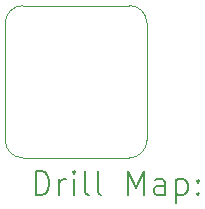
<source format=gbr>
%TF.GenerationSoftware,KiCad,Pcbnew,8.0.8*%
%TF.CreationDate,2025-01-29T14:54:37+01:00*%
%TF.ProjectId,TS4231-BOB,54533432-3331-42d4-924f-422e6b696361,rev?*%
%TF.SameCoordinates,Original*%
%TF.FileFunction,Drillmap*%
%TF.FilePolarity,Positive*%
%FSLAX45Y45*%
G04 Gerber Fmt 4.5, Leading zero omitted, Abs format (unit mm)*
G04 Created by KiCad (PCBNEW 8.0.8) date 2025-01-29 14:54:37*
%MOMM*%
%LPD*%
G01*
G04 APERTURE LIST*
%ADD10C,0.050000*%
%ADD11C,0.200000*%
G04 APERTURE END LIST*
D10*
X13900000Y-4550000D02*
X13900000Y-5540000D01*
X13750000Y-5690000D02*
X12850000Y-5690000D01*
X12700000Y-5540000D02*
X12700000Y-4550000D01*
X12850000Y-4400000D02*
X13750000Y-4400000D01*
X13750000Y-4400000D02*
G75*
G02*
X13900000Y-4550000I0J-150000D01*
G01*
X12700000Y-4550000D02*
G75*
G02*
X12850000Y-4400000I150000J0D01*
G01*
X12850000Y-5690000D02*
G75*
G02*
X12700000Y-5540000I0J150000D01*
G01*
X13900000Y-5540000D02*
G75*
G02*
X13750000Y-5690000I-150000J0D01*
G01*
D11*
X12958277Y-6003984D02*
X12958277Y-5803984D01*
X12958277Y-5803984D02*
X13005896Y-5803984D01*
X13005896Y-5803984D02*
X13034467Y-5813508D01*
X13034467Y-5813508D02*
X13053515Y-5832555D01*
X13053515Y-5832555D02*
X13063039Y-5851603D01*
X13063039Y-5851603D02*
X13072562Y-5889698D01*
X13072562Y-5889698D02*
X13072562Y-5918269D01*
X13072562Y-5918269D02*
X13063039Y-5956365D01*
X13063039Y-5956365D02*
X13053515Y-5975412D01*
X13053515Y-5975412D02*
X13034467Y-5994460D01*
X13034467Y-5994460D02*
X13005896Y-6003984D01*
X13005896Y-6003984D02*
X12958277Y-6003984D01*
X13158277Y-6003984D02*
X13158277Y-5870650D01*
X13158277Y-5908746D02*
X13167801Y-5889698D01*
X13167801Y-5889698D02*
X13177324Y-5880174D01*
X13177324Y-5880174D02*
X13196372Y-5870650D01*
X13196372Y-5870650D02*
X13215420Y-5870650D01*
X13282086Y-6003984D02*
X13282086Y-5870650D01*
X13282086Y-5803984D02*
X13272562Y-5813508D01*
X13272562Y-5813508D02*
X13282086Y-5823031D01*
X13282086Y-5823031D02*
X13291610Y-5813508D01*
X13291610Y-5813508D02*
X13282086Y-5803984D01*
X13282086Y-5803984D02*
X13282086Y-5823031D01*
X13405896Y-6003984D02*
X13386848Y-5994460D01*
X13386848Y-5994460D02*
X13377324Y-5975412D01*
X13377324Y-5975412D02*
X13377324Y-5803984D01*
X13510658Y-6003984D02*
X13491610Y-5994460D01*
X13491610Y-5994460D02*
X13482086Y-5975412D01*
X13482086Y-5975412D02*
X13482086Y-5803984D01*
X13739229Y-6003984D02*
X13739229Y-5803984D01*
X13739229Y-5803984D02*
X13805896Y-5946841D01*
X13805896Y-5946841D02*
X13872562Y-5803984D01*
X13872562Y-5803984D02*
X13872562Y-6003984D01*
X14053515Y-6003984D02*
X14053515Y-5899222D01*
X14053515Y-5899222D02*
X14043991Y-5880174D01*
X14043991Y-5880174D02*
X14024943Y-5870650D01*
X14024943Y-5870650D02*
X13986848Y-5870650D01*
X13986848Y-5870650D02*
X13967801Y-5880174D01*
X14053515Y-5994460D02*
X14034467Y-6003984D01*
X14034467Y-6003984D02*
X13986848Y-6003984D01*
X13986848Y-6003984D02*
X13967801Y-5994460D01*
X13967801Y-5994460D02*
X13958277Y-5975412D01*
X13958277Y-5975412D02*
X13958277Y-5956365D01*
X13958277Y-5956365D02*
X13967801Y-5937317D01*
X13967801Y-5937317D02*
X13986848Y-5927793D01*
X13986848Y-5927793D02*
X14034467Y-5927793D01*
X14034467Y-5927793D02*
X14053515Y-5918269D01*
X14148753Y-5870650D02*
X14148753Y-6070650D01*
X14148753Y-5880174D02*
X14167801Y-5870650D01*
X14167801Y-5870650D02*
X14205896Y-5870650D01*
X14205896Y-5870650D02*
X14224943Y-5880174D01*
X14224943Y-5880174D02*
X14234467Y-5889698D01*
X14234467Y-5889698D02*
X14243991Y-5908746D01*
X14243991Y-5908746D02*
X14243991Y-5965888D01*
X14243991Y-5965888D02*
X14234467Y-5984936D01*
X14234467Y-5984936D02*
X14224943Y-5994460D01*
X14224943Y-5994460D02*
X14205896Y-6003984D01*
X14205896Y-6003984D02*
X14167801Y-6003984D01*
X14167801Y-6003984D02*
X14148753Y-5994460D01*
X14329705Y-5984936D02*
X14339229Y-5994460D01*
X14339229Y-5994460D02*
X14329705Y-6003984D01*
X14329705Y-6003984D02*
X14320182Y-5994460D01*
X14320182Y-5994460D02*
X14329705Y-5984936D01*
X14329705Y-5984936D02*
X14329705Y-6003984D01*
X14329705Y-5880174D02*
X14339229Y-5889698D01*
X14339229Y-5889698D02*
X14329705Y-5899222D01*
X14329705Y-5899222D02*
X14320182Y-5889698D01*
X14320182Y-5889698D02*
X14329705Y-5880174D01*
X14329705Y-5880174D02*
X14329705Y-5899222D01*
M02*

</source>
